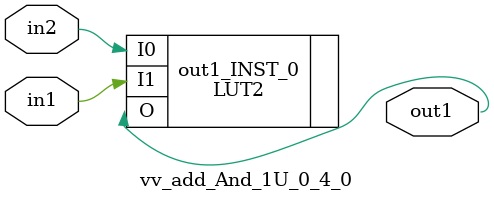
<source format=v>
`timescale 1 ps / 1 ps

(* STRUCTURAL_NETLIST = "yes" *)
module vv_add_And_1U_0_4_0
   (in2,
    in1,
    out1);
  input in2;
  input in1;
  output out1;

  wire in1;
  wire in2;
  wire out1;

  LUT2 #(
    .INIT(4'h8)) 
    out1_INST_0
       (.I0(in2),
        .I1(in1),
        .O(out1));
endmodule


</source>
